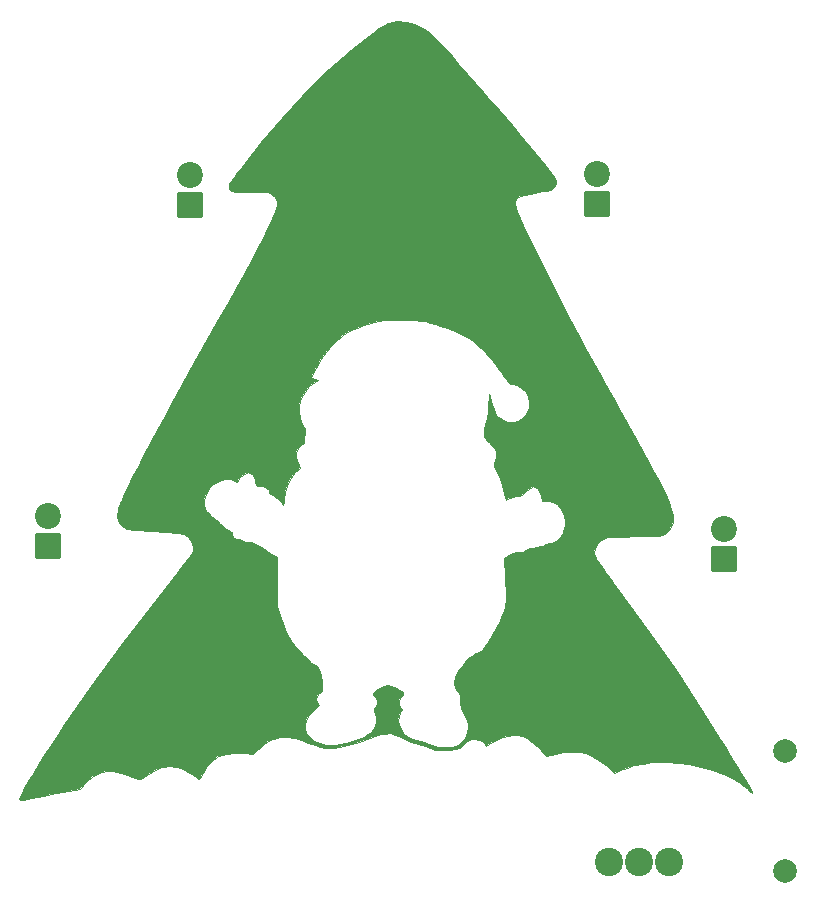
<source format=gbr>
%TF.GenerationSoftware,KiCad,Pcbnew,9.0.6*%
%TF.CreationDate,2025-11-21T14:44:11+01:00*%
%TF.ProjectId,BL_Santa,424c5f53-616e-4746-912e-6b696361645f,rev?*%
%TF.SameCoordinates,Original*%
%TF.FileFunction,Soldermask,Top*%
%TF.FilePolarity,Negative*%
%FSLAX46Y46*%
G04 Gerber Fmt 4.6, Leading zero omitted, Abs format (unit mm)*
G04 Created by KiCad (PCBNEW 9.0.6) date 2025-11-21 14:44:11*
%MOMM*%
%LPD*%
G01*
G04 APERTURE LIST*
G04 Aperture macros list*
%AMRoundRect*
0 Rectangle with rounded corners*
0 $1 Rounding radius*
0 $2 $3 $4 $5 $6 $7 $8 $9 X,Y pos of 4 corners*
0 Add a 4 corners polygon primitive as box body*
4,1,4,$2,$3,$4,$5,$6,$7,$8,$9,$2,$3,0*
0 Add four circle primitives for the rounded corners*
1,1,$1+$1,$2,$3*
1,1,$1+$1,$4,$5*
1,1,$1+$1,$6,$7*
1,1,$1+$1,$8,$9*
0 Add four rect primitives between the rounded corners*
20,1,$1+$1,$2,$3,$4,$5,0*
20,1,$1+$1,$4,$5,$6,$7,0*
20,1,$1+$1,$6,$7,$8,$9,0*
20,1,$1+$1,$8,$9,$2,$3,0*%
G04 Aperture macros list end*
%ADD10C,0.010000*%
%ADD11RoundRect,0.200000X0.900000X-0.900000X0.900000X0.900000X-0.900000X0.900000X-0.900000X-0.900000X0*%
%ADD12C,2.200000*%
%ADD13C,2.400000*%
%ADD14C,2.000000*%
G04 APERTURE END LIST*
D10*
%TO.C,G\u002A\u002A\u002A*%
X144683762Y-53536115D02*
X145387467Y-53726828D01*
X146085561Y-54085497D01*
X146128765Y-54113366D01*
X146622930Y-54463920D01*
X147110004Y-54870528D01*
X147612164Y-55354814D01*
X148151585Y-55938401D01*
X148750443Y-56642912D01*
X148859881Y-56776415D01*
X149226532Y-57218453D01*
X149610109Y-57668418D01*
X149976899Y-58087585D01*
X150293186Y-58437229D01*
X150450799Y-58603818D01*
X150649607Y-58816770D01*
X150942428Y-59142252D01*
X151314474Y-59563037D01*
X151750962Y-60061898D01*
X152237104Y-60621608D01*
X152758117Y-61224941D01*
X153299213Y-61854669D01*
X153845608Y-62493565D01*
X154382516Y-63124403D01*
X154895152Y-63729955D01*
X155368729Y-64292995D01*
X155788463Y-64796295D01*
X156139567Y-65222629D01*
X156278511Y-65393797D01*
X156570685Y-65763718D01*
X156843816Y-66123363D01*
X157069411Y-66434308D01*
X157218977Y-66658132D01*
X157230914Y-66678082D01*
X157358461Y-66910378D01*
X157405065Y-67068136D01*
X157380654Y-67219701D01*
X157328967Y-67353121D01*
X157204669Y-67573068D01*
X157061887Y-67724649D01*
X157042297Y-67736663D01*
X156897453Y-67784731D01*
X156624913Y-67850487D01*
X156264231Y-67925135D01*
X155870963Y-67997137D01*
X155225834Y-68114127D01*
X154731634Y-68221416D01*
X154370993Y-68328010D01*
X154126544Y-68442919D01*
X153980916Y-68575149D01*
X153916742Y-68733709D01*
X153916654Y-68927605D01*
X153928388Y-69004586D01*
X153998267Y-69251201D01*
X154142344Y-69636445D01*
X154355604Y-70149282D01*
X154633033Y-70778674D01*
X154969618Y-71513586D01*
X155360345Y-72342982D01*
X155800200Y-73255826D01*
X156284169Y-74241081D01*
X156549995Y-74775152D01*
X156981017Y-75632652D01*
X157408277Y-76472337D01*
X157840538Y-77310535D01*
X158286564Y-78163575D01*
X158755119Y-79047786D01*
X159254966Y-79979495D01*
X159794870Y-80975031D01*
X160383594Y-82050723D01*
X161029902Y-83222900D01*
X161742558Y-84507889D01*
X162530326Y-85922019D01*
X162593841Y-86035818D01*
X163336128Y-87367890D01*
X163998424Y-88561898D01*
X164585066Y-89626622D01*
X165100393Y-90570837D01*
X165548743Y-91403324D01*
X165934454Y-92132858D01*
X166261864Y-92768219D01*
X166535311Y-93318183D01*
X166759133Y-93791530D01*
X166937669Y-94197036D01*
X167075256Y-94543480D01*
X167176232Y-94839640D01*
X167244936Y-95094293D01*
X167285706Y-95316218D01*
X167302879Y-95514192D01*
X167304051Y-95566668D01*
X167290407Y-95904105D01*
X167228278Y-96155249D01*
X167096349Y-96400947D01*
X167075780Y-96432445D01*
X166954285Y-96613146D01*
X166841629Y-96756962D01*
X166717517Y-96868517D01*
X166561649Y-96952437D01*
X166353729Y-97013348D01*
X166073458Y-97055874D01*
X165700539Y-97084642D01*
X165214673Y-97104276D01*
X164595564Y-97119403D01*
X164010382Y-97130984D01*
X163261405Y-97146620D01*
X162661513Y-97163945D01*
X162190472Y-97187012D01*
X161828051Y-97219872D01*
X161554018Y-97266578D01*
X161348139Y-97331182D01*
X161190182Y-97417735D01*
X161059915Y-97530291D01*
X160937105Y-97672900D01*
X160869698Y-97759988D01*
X160685744Y-98116018D01*
X160659192Y-98505018D01*
X160789445Y-98942208D01*
X160820629Y-99009097D01*
X160918875Y-99175039D01*
X161103713Y-99453089D01*
X161359198Y-99820594D01*
X161669385Y-100254901D01*
X162018330Y-100733360D01*
X162326742Y-101148818D01*
X163767830Y-103094331D01*
X165114109Y-104955296D01*
X166389914Y-106767492D01*
X167619579Y-108566701D01*
X168827438Y-110388701D01*
X170037824Y-112269273D01*
X171275072Y-114244197D01*
X171683839Y-114907152D01*
X172230026Y-115797539D01*
X172691642Y-116553234D01*
X173073915Y-117183105D01*
X173382075Y-117696019D01*
X173621353Y-118100844D01*
X173796979Y-118406447D01*
X173914181Y-118621696D01*
X173978190Y-118755459D01*
X173994236Y-118816604D01*
X173992066Y-118820984D01*
X173919227Y-118783968D01*
X173759152Y-118654001D01*
X173544393Y-118457818D01*
X173511437Y-118426226D01*
X172973579Y-117996493D01*
X172294665Y-117596170D01*
X171501518Y-117232501D01*
X170620958Y-116912729D01*
X169679808Y-116644098D01*
X168704887Y-116433853D01*
X167723019Y-116289236D01*
X166761023Y-116217492D01*
X165845722Y-116225865D01*
X165474823Y-116255728D01*
X164757608Y-116358632D01*
X164044003Y-116511540D01*
X163384805Y-116701284D01*
X162830807Y-116914697D01*
X162710422Y-116972358D01*
X162313121Y-117172819D01*
X161689839Y-116595738D01*
X161140913Y-116144420D01*
X160573207Y-115778874D01*
X160419839Y-115698427D01*
X160089752Y-115542645D01*
X159823259Y-115444669D01*
X159555397Y-115388821D01*
X159221203Y-115359422D01*
X158968788Y-115348215D01*
X158497880Y-115342888D01*
X158099137Y-115373345D01*
X157686266Y-115449332D01*
X157362279Y-115529643D01*
X156560103Y-115741054D01*
X155941269Y-115074939D01*
X155456259Y-114598802D01*
X155007662Y-114263777D01*
X154567187Y-114054495D01*
X154106540Y-113955588D01*
X153856983Y-113942705D01*
X153234345Y-114005399D01*
X152621726Y-114207472D01*
X151987333Y-114559447D01*
X151980810Y-114563734D01*
X151475788Y-114896124D01*
X151373374Y-114701659D01*
X151172779Y-114493609D01*
X150842363Y-114356329D01*
X150502121Y-114306326D01*
X150204172Y-114298965D01*
X150018915Y-114332094D01*
X149890867Y-114426424D01*
X149782454Y-114574960D01*
X149561583Y-114831781D01*
X149267110Y-115016617D01*
X148872547Y-115139536D01*
X148351408Y-115210608D01*
X148062965Y-115228614D01*
X147659601Y-115243820D01*
X147376971Y-115241058D01*
X147166840Y-115213472D01*
X146980971Y-115154203D01*
X146771130Y-115056395D01*
X146739513Y-115040461D01*
X146381455Y-114893855D01*
X145978166Y-114777672D01*
X145789315Y-114741851D01*
X145375081Y-114641029D01*
X144873109Y-114439810D01*
X144446916Y-114229011D01*
X144076653Y-114037123D01*
X143811236Y-113912293D01*
X143606035Y-113842015D01*
X143416419Y-113813782D01*
X143197760Y-113815089D01*
X143010271Y-113826431D01*
X142571019Y-113884515D01*
X142115208Y-114009784D01*
X141654454Y-114186995D01*
X140706417Y-114552494D01*
X139828686Y-114822878D01*
X139042618Y-114992203D01*
X138564121Y-115047052D01*
X138175256Y-115056198D01*
X137804835Y-115025524D01*
X137416330Y-114946352D01*
X136973216Y-114810001D01*
X136438966Y-114607790D01*
X136062742Y-114452614D01*
X135304003Y-114200866D01*
X134590334Y-114101320D01*
X133932365Y-114155275D01*
X133826376Y-114179918D01*
X133389244Y-114315725D01*
X133013395Y-114495069D01*
X132646756Y-114748688D01*
X132237258Y-115107317D01*
X132207097Y-115135771D01*
X131734407Y-115583280D01*
X131029095Y-115494842D01*
X130187107Y-115449037D01*
X129446385Y-115537391D01*
X128802007Y-115762161D01*
X128249047Y-116125607D01*
X127782584Y-116629987D01*
X127474026Y-117125721D01*
X127333274Y-117391474D01*
X127226004Y-117590820D01*
X127173863Y-117683564D01*
X127172718Y-117685179D01*
X127100159Y-117650963D01*
X126924312Y-117536996D01*
X126677648Y-117364739D01*
X126568013Y-117285480D01*
X126078910Y-116960589D01*
X125642581Y-116750615D01*
X125207764Y-116636870D01*
X124723198Y-116600666D01*
X124689309Y-116600552D01*
X124080364Y-116680586D01*
X123435110Y-116921422D01*
X122750216Y-117324366D01*
X122628885Y-117409597D01*
X122394860Y-117566858D01*
X122208368Y-117672714D01*
X122127922Y-117701152D01*
X122011495Y-117671303D01*
X121779033Y-117591317D01*
X121471074Y-117475538D01*
X121302618Y-117409174D01*
X120539829Y-117147079D01*
X119869382Y-117015164D01*
X119271577Y-117016646D01*
X118726710Y-117154741D01*
X118215080Y-117432667D01*
X117716984Y-117853640D01*
X117555477Y-118020986D01*
X117095407Y-118517917D01*
X114685264Y-118960811D01*
X114061913Y-119075904D01*
X113488176Y-119182872D01*
X112986518Y-119277446D01*
X112579401Y-119355356D01*
X112289292Y-119412329D01*
X112138654Y-119444098D01*
X112126954Y-119447134D01*
X112001725Y-119433548D01*
X111978788Y-119359929D01*
X112026996Y-119173388D01*
X112167978Y-118857976D01*
X112396269Y-118422749D01*
X112706406Y-117876759D01*
X113092924Y-117229062D01*
X113550359Y-116488710D01*
X114073247Y-115664759D01*
X114656123Y-114766262D01*
X115293524Y-113802273D01*
X115688000Y-113213818D01*
X118048381Y-109800436D01*
X120547694Y-106360233D01*
X123164833Y-102921722D01*
X125308062Y-100217485D01*
X125763955Y-99644843D01*
X126116686Y-99183719D01*
X126376284Y-98819691D01*
X126552780Y-98538334D01*
X126656203Y-98325228D01*
X126683765Y-98239292D01*
X126674741Y-98002740D01*
X126573316Y-97703786D01*
X126408652Y-97397909D01*
X126209911Y-97140588D01*
X126032005Y-96999402D01*
X125909603Y-96951089D01*
X125728515Y-96906688D01*
X125473138Y-96864570D01*
X125127867Y-96823106D01*
X124677099Y-96780668D01*
X124105232Y-96735627D01*
X123396660Y-96686354D01*
X122535781Y-96631220D01*
X122459696Y-96626496D01*
X121987901Y-96591812D01*
X121563840Y-96550500D01*
X121221882Y-96506675D01*
X120996400Y-96464453D01*
X120935696Y-96444041D01*
X120558345Y-96179246D01*
X120327653Y-95844288D01*
X120239596Y-95428629D01*
X120290151Y-94921731D01*
X120314434Y-94816879D01*
X120408361Y-94535363D01*
X120582221Y-94116628D01*
X120622632Y-94027860D01*
X127599960Y-94027860D01*
X127606331Y-94485908D01*
X127674417Y-94769573D01*
X127809242Y-94989914D01*
X128002490Y-95179818D01*
X128226314Y-95378404D01*
X128520360Y-95642671D01*
X128830223Y-95923663D01*
X128910172Y-95996624D01*
X129198987Y-96248930D01*
X129474979Y-96470047D01*
X129691790Y-96623465D01*
X129746179Y-96654965D01*
X129938610Y-96799456D01*
X130012788Y-96953945D01*
X130088482Y-97178019D01*
X130290770Y-97330005D01*
X130558801Y-97381152D01*
X130784513Y-97417495D01*
X130941617Y-97505223D01*
X130944121Y-97508152D01*
X131102070Y-97595672D01*
X131352733Y-97634739D01*
X131382026Y-97635152D01*
X131568955Y-97646265D01*
X131755192Y-97688555D01*
X131969027Y-97775441D01*
X132238754Y-97920345D01*
X132592665Y-98136689D01*
X133018963Y-98411682D01*
X133781471Y-98909859D01*
X133782235Y-100960672D01*
X133782998Y-103011485D01*
X134108705Y-104027485D01*
X134268286Y-104488959D01*
X134450144Y-104957831D01*
X134629926Y-105373961D01*
X134760092Y-105636152D01*
X134980820Y-105981077D01*
X135283051Y-106375959D01*
X135636533Y-106788458D01*
X136011016Y-107186233D01*
X136376247Y-107536943D01*
X136701976Y-107808247D01*
X136927821Y-107953591D01*
X137138417Y-108076326D01*
X137270327Y-108218079D01*
X137366909Y-108436625D01*
X137420618Y-108610286D01*
X137504964Y-108967406D01*
X137575959Y-109384350D01*
X137607914Y-109660844D01*
X137629273Y-109965640D01*
X137623260Y-110143414D01*
X137580837Y-110235485D01*
X137492967Y-110283166D01*
X137470130Y-110290699D01*
X137311675Y-110403495D01*
X137164516Y-110603651D01*
X137146288Y-110639415D01*
X137062553Y-110839627D01*
X137063921Y-110974192D01*
X137155904Y-111126925D01*
X137180531Y-111160165D01*
X137352965Y-111391123D01*
X136876475Y-111860272D01*
X136488937Y-112286561D01*
X136245439Y-112667964D01*
X136134634Y-113026893D01*
X136135353Y-113324111D01*
X136272742Y-113743245D01*
X136549725Y-114113292D01*
X136940080Y-114419489D01*
X137417585Y-114647072D01*
X137956016Y-114781279D01*
X138529150Y-114807346D01*
X138735406Y-114787884D01*
X139129839Y-114713327D01*
X139622658Y-114587922D01*
X140157326Y-114429178D01*
X140677307Y-114254601D01*
X141126063Y-114081699D01*
X141358608Y-113975572D01*
X141666274Y-113799199D01*
X141866084Y-113619931D01*
X142012706Y-113387348D01*
X142026240Y-113359853D01*
X142178127Y-112914777D01*
X142178396Y-112486799D01*
X142070933Y-112120708D01*
X141992625Y-111900907D01*
X141989800Y-111756608D01*
X142069653Y-111608361D01*
X142124154Y-111533138D01*
X142256636Y-111253933D01*
X142228922Y-110975708D01*
X142038909Y-110677806D01*
X142036783Y-110675350D01*
X141924524Y-110518377D01*
X141926826Y-110395121D01*
X141979907Y-110302008D01*
X142179969Y-110107853D01*
X142482472Y-109928651D01*
X142821368Y-109796262D01*
X143130613Y-109742548D01*
X143139769Y-109742485D01*
X143396530Y-109784776D01*
X143711837Y-109893905D01*
X144028625Y-110043254D01*
X144289829Y-110206206D01*
X144431960Y-110345210D01*
X144461194Y-110472397D01*
X144376530Y-110628849D01*
X144292847Y-110725345D01*
X144108011Y-111022139D01*
X144085890Y-111325700D01*
X144226362Y-111613302D01*
X144326037Y-111752166D01*
X144331023Y-111858917D01*
X144237692Y-112008989D01*
X144205195Y-112053158D01*
X144071897Y-112360266D01*
X144040673Y-112741598D01*
X144109870Y-113137534D01*
X144243516Y-113436372D01*
X144574693Y-113829337D01*
X145023019Y-114157941D01*
X145539551Y-114390799D01*
X145856155Y-114470509D01*
X146239629Y-114559649D01*
X146637514Y-114685928D01*
X146872155Y-114781110D01*
X147117758Y-114885525D01*
X147338598Y-114945824D01*
X147592413Y-114970640D01*
X147936940Y-114968607D01*
X148089583Y-114963152D01*
X148583378Y-114924772D01*
X148953461Y-114855883D01*
X149120075Y-114794310D01*
X149422673Y-114570451D01*
X149658871Y-114234895D01*
X149846393Y-113761562D01*
X149865564Y-113697371D01*
X149950199Y-113313789D01*
X149948709Y-112982754D01*
X149851521Y-112648946D01*
X149649065Y-112257047D01*
X149603034Y-112179913D01*
X149435905Y-111877270D01*
X149343606Y-111616559D01*
X149302139Y-111314801D01*
X149292446Y-111105940D01*
X149274748Y-110778954D01*
X149234001Y-110563862D01*
X149151967Y-110403295D01*
X149020454Y-110250334D01*
X148819562Y-109925060D01*
X148769774Y-109530467D01*
X148869876Y-109071222D01*
X149118656Y-108551989D01*
X149514901Y-107977434D01*
X149657236Y-107801115D01*
X149969176Y-107463605D01*
X150277071Y-107224657D01*
X150620193Y-107043352D01*
X150876867Y-106918542D01*
X151069841Y-106792823D01*
X151238279Y-106629034D01*
X151421346Y-106390015D01*
X151623131Y-106091746D01*
X152007489Y-105482971D01*
X152355363Y-104879039D01*
X152649269Y-104313330D01*
X152871726Y-103819219D01*
X152992522Y-103477152D01*
X153058835Y-103208203D01*
X153105858Y-102920225D01*
X153134470Y-102587147D01*
X153145553Y-102182897D01*
X153139987Y-101681404D01*
X153118651Y-101056595D01*
X153093146Y-100497810D01*
X153019971Y-99000136D01*
X153428622Y-98740977D01*
X153769491Y-98561740D01*
X154088011Y-98487882D01*
X154232612Y-98481818D01*
X154592349Y-98437474D01*
X154870087Y-98291318D01*
X155206613Y-98127980D01*
X155467320Y-98090586D01*
X155756050Y-98052033D01*
X156097276Y-97965126D01*
X156273770Y-97904004D01*
X156591071Y-97793487D01*
X156901516Y-97706533D01*
X157040129Y-97678034D01*
X157435699Y-97533109D01*
X157761236Y-97238239D01*
X158008645Y-96801083D01*
X158032686Y-96739462D01*
X158171609Y-96252876D01*
X158186803Y-95822572D01*
X158076536Y-95387399D01*
X157988510Y-95180094D01*
X157732887Y-94717807D01*
X157453782Y-94404401D01*
X157123853Y-94219468D01*
X156715762Y-94142599D01*
X156592168Y-94137775D01*
X156193196Y-94131757D01*
X156149982Y-93748367D01*
X156076053Y-93433346D01*
X155911995Y-93194988D01*
X155843109Y-93129398D01*
X155649801Y-92980949D01*
X155490659Y-92899282D01*
X155458712Y-92893818D01*
X155340150Y-92946626D01*
X155137927Y-93086114D01*
X154892601Y-93283880D01*
X154854208Y-93317152D01*
X154582256Y-93542856D01*
X154379008Y-93671950D01*
X154195379Y-93729472D01*
X154023781Y-93740801D01*
X153723451Y-93782562D01*
X153443767Y-93884641D01*
X153413172Y-93902068D01*
X153149223Y-94063019D01*
X152924214Y-93203252D01*
X152791167Y-92749274D01*
X152627574Y-92269533D01*
X152461110Y-91843001D01*
X152396962Y-91698650D01*
X152251160Y-91382169D01*
X152170304Y-91174813D01*
X152146895Y-91032651D01*
X152173434Y-90911755D01*
X152239183Y-90774452D01*
X152344875Y-90422078D01*
X152340700Y-90114065D01*
X152303941Y-89907081D01*
X152228344Y-89734321D01*
X152085181Y-89551684D01*
X151845724Y-89315073D01*
X151780937Y-89254789D01*
X151541493Y-89024852D01*
X151380900Y-88830839D01*
X151293147Y-88636703D01*
X151272225Y-88406400D01*
X151312124Y-88103883D01*
X151406834Y-87693108D01*
X151475788Y-87424608D01*
X151627250Y-86696440D01*
X151685767Y-86004985D01*
X151687454Y-85857216D01*
X151696436Y-85495271D01*
X151721267Y-85237486D01*
X151758773Y-85112076D01*
X151772121Y-85104485D01*
X151837983Y-85176304D01*
X151856788Y-85296817D01*
X151893737Y-85608265D01*
X151990628Y-85985305D01*
X152126528Y-86368225D01*
X152280501Y-86697313D01*
X152418739Y-86899729D01*
X152817284Y-87221421D01*
X153266894Y-87411148D01*
X153731837Y-87459480D01*
X154166674Y-87361095D01*
X154457232Y-87179778D01*
X154742753Y-86904335D01*
X154976824Y-86588878D01*
X155113032Y-86287520D01*
X155122099Y-86247174D01*
X155144868Y-85739966D01*
X155032515Y-85267554D01*
X154804318Y-84856492D01*
X154479552Y-84533332D01*
X154077494Y-84324628D01*
X153677121Y-84256770D01*
X153572925Y-84243612D01*
X153473194Y-84194460D01*
X153359714Y-84088459D01*
X153214274Y-83904757D01*
X153018660Y-83622500D01*
X152754659Y-83220834D01*
X152703454Y-83141931D01*
X152002932Y-82171181D01*
X151252629Y-81339554D01*
X150464419Y-80659855D01*
X150275651Y-80524027D01*
X149694128Y-80172146D01*
X148982111Y-79825418D01*
X148178038Y-79500663D01*
X147320345Y-79214702D01*
X147207329Y-79181375D01*
X146693863Y-79036340D01*
X146284936Y-78934466D01*
X145924120Y-78866351D01*
X145554986Y-78822591D01*
X145121106Y-78793785D01*
X144794329Y-78779291D01*
X144133278Y-78766390D01*
X143506668Y-78779316D01*
X142972556Y-78816502D01*
X142839788Y-78832056D01*
X142327932Y-78924945D01*
X141738645Y-79072222D01*
X141127480Y-79256561D01*
X140549987Y-79460634D01*
X140061720Y-79667115D01*
X139898092Y-79749591D01*
X139355805Y-80098958D01*
X138797174Y-80559089D01*
X138272429Y-81085049D01*
X137901166Y-81535949D01*
X137688656Y-81840551D01*
X137458540Y-82199711D01*
X137229616Y-82580324D01*
X137020684Y-82949287D01*
X136850541Y-83273495D01*
X136737986Y-83519846D01*
X136701454Y-83648630D01*
X136772937Y-83730872D01*
X136947903Y-83820690D01*
X136976621Y-83831393D01*
X137251788Y-83929534D01*
X136997788Y-84060945D01*
X136514897Y-84401571D01*
X136113771Y-84866012D01*
X135816646Y-85419559D01*
X135645754Y-86027505D01*
X135623185Y-86206787D01*
X135626414Y-86624594D01*
X135696594Y-87066496D01*
X135819267Y-87475304D01*
X135979975Y-87793831D01*
X136045265Y-87876367D01*
X136152937Y-88014483D01*
X136176693Y-88149097D01*
X136125825Y-88354292D01*
X136110950Y-88399934D01*
X136051415Y-88683410D01*
X136046324Y-88952845D01*
X136052634Y-88993551D01*
X136069157Y-89172198D01*
X136038665Y-89252776D01*
X136034992Y-89253152D01*
X135939092Y-89307614D01*
X135770653Y-89446753D01*
X135656109Y-89553560D01*
X135451697Y-89797813D01*
X135357264Y-90050976D01*
X135368483Y-90353637D01*
X135481028Y-90746383D01*
X135518252Y-90847056D01*
X135689631Y-91297960D01*
X135310375Y-91719783D01*
X134906750Y-92254426D01*
X134617247Y-92820899D01*
X134462942Y-93376761D01*
X134454122Y-93444152D01*
X134415217Y-93765204D01*
X134373953Y-94071395D01*
X134360197Y-94163818D01*
X134314057Y-94460152D01*
X134089589Y-94195753D01*
X133866961Y-93988059D01*
X133587021Y-93794297D01*
X133505288Y-93749532D01*
X133244103Y-93579407D01*
X133146094Y-93417014D01*
X133145454Y-93403396D01*
X133068097Y-93176820D01*
X132861695Y-93001638D01*
X132564754Y-92904733D01*
X132415528Y-92893818D01*
X132209898Y-92887419D01*
X132088122Y-92842730D01*
X132013992Y-92721512D01*
X131951302Y-92485529D01*
X131927497Y-92378408D01*
X131814329Y-92097392D01*
X131631057Y-91864411D01*
X131420453Y-91726783D01*
X131321922Y-91708485D01*
X131124980Y-91769696D01*
X130885617Y-91923107D01*
X130660196Y-92123383D01*
X130505080Y-92325187D01*
X130477979Y-92387315D01*
X130437711Y-92481058D01*
X130368729Y-92499562D01*
X130224304Y-92440898D01*
X130088433Y-92371208D01*
X129792941Y-92253291D01*
X129497430Y-92233492D01*
X129358980Y-92248268D01*
X128829754Y-92398206D01*
X128368365Y-92677784D01*
X127995687Y-93060353D01*
X127732594Y-93519262D01*
X127599960Y-94027860D01*
X120622632Y-94027860D01*
X120831079Y-93569986D01*
X121150001Y-92904750D01*
X121534053Y-92130231D01*
X121978300Y-91255743D01*
X122477810Y-90290596D01*
X123027646Y-89244105D01*
X123622877Y-88125579D01*
X124258566Y-86944333D01*
X124929780Y-85709679D01*
X125631585Y-84430928D01*
X126359047Y-83117393D01*
X127107231Y-81778386D01*
X127871204Y-80423219D01*
X128646031Y-79061206D01*
X128870024Y-78669818D01*
X129627371Y-77339085D01*
X130333849Y-76079194D01*
X130985691Y-74897463D01*
X131579131Y-73801207D01*
X132110403Y-72797741D01*
X132575739Y-71894381D01*
X132971375Y-71098443D01*
X133293543Y-70417243D01*
X133538477Y-69858097D01*
X133702410Y-69428319D01*
X133781577Y-69135227D01*
X133782793Y-69127355D01*
X133756524Y-68757626D01*
X133580503Y-68410311D01*
X133273702Y-68122162D01*
X133258772Y-68112252D01*
X133148755Y-68052967D01*
X133011178Y-68012379D01*
X132816332Y-67987998D01*
X132534506Y-67977335D01*
X132135990Y-67977901D01*
X131732506Y-67984393D01*
X131077182Y-67989049D01*
X130572679Y-67972542D01*
X130201446Y-67931733D01*
X129945933Y-67863484D01*
X129788589Y-67764656D01*
X129711864Y-67632111D01*
X129709335Y-67622596D01*
X129689600Y-67548028D01*
X129681142Y-67482911D01*
X129695618Y-67408285D01*
X129744688Y-67305194D01*
X129840008Y-67154680D01*
X129993237Y-66937785D01*
X130216033Y-66635550D01*
X130520053Y-66229019D01*
X130777767Y-65885152D01*
X132467183Y-63715249D01*
X134174226Y-61691884D01*
X135893832Y-59820531D01*
X137620934Y-58106666D01*
X139350465Y-56555763D01*
X139622454Y-56326961D01*
X140505754Y-55599947D01*
X141271196Y-54990062D01*
X141921369Y-54495412D01*
X142458863Y-54114104D01*
X142886268Y-53844246D01*
X143206173Y-53683945D01*
X143270890Y-53660361D01*
X143977289Y-53513809D01*
X144683762Y-53536115D01*
G36*
X144683762Y-53536115D02*
G01*
X145387467Y-53726828D01*
X146085561Y-54085497D01*
X146128765Y-54113366D01*
X146622930Y-54463920D01*
X147110004Y-54870528D01*
X147612164Y-55354814D01*
X148151585Y-55938401D01*
X148750443Y-56642912D01*
X148859881Y-56776415D01*
X149226532Y-57218453D01*
X149610109Y-57668418D01*
X149976899Y-58087585D01*
X150293186Y-58437229D01*
X150450799Y-58603818D01*
X150649607Y-58816770D01*
X150942428Y-59142252D01*
X151314474Y-59563037D01*
X151750962Y-60061898D01*
X152237104Y-60621608D01*
X152758117Y-61224941D01*
X153299213Y-61854669D01*
X153845608Y-62493565D01*
X154382516Y-63124403D01*
X154895152Y-63729955D01*
X155368729Y-64292995D01*
X155788463Y-64796295D01*
X156139567Y-65222629D01*
X156278511Y-65393797D01*
X156570685Y-65763718D01*
X156843816Y-66123363D01*
X157069411Y-66434308D01*
X157218977Y-66658132D01*
X157230914Y-66678082D01*
X157358461Y-66910378D01*
X157405065Y-67068136D01*
X157380654Y-67219701D01*
X157328967Y-67353121D01*
X157204669Y-67573068D01*
X157061887Y-67724649D01*
X157042297Y-67736663D01*
X156897453Y-67784731D01*
X156624913Y-67850487D01*
X156264231Y-67925135D01*
X155870963Y-67997137D01*
X155225834Y-68114127D01*
X154731634Y-68221416D01*
X154370993Y-68328010D01*
X154126544Y-68442919D01*
X153980916Y-68575149D01*
X153916742Y-68733709D01*
X153916654Y-68927605D01*
X153928388Y-69004586D01*
X153998267Y-69251201D01*
X154142344Y-69636445D01*
X154355604Y-70149282D01*
X154633033Y-70778674D01*
X154969618Y-71513586D01*
X155360345Y-72342982D01*
X155800200Y-73255826D01*
X156284169Y-74241081D01*
X156549995Y-74775152D01*
X156981017Y-75632652D01*
X157408277Y-76472337D01*
X157840538Y-77310535D01*
X158286564Y-78163575D01*
X158755119Y-79047786D01*
X159254966Y-79979495D01*
X159794870Y-80975031D01*
X160383594Y-82050723D01*
X161029902Y-83222900D01*
X161742558Y-84507889D01*
X162530326Y-85922019D01*
X162593841Y-86035818D01*
X163336128Y-87367890D01*
X163998424Y-88561898D01*
X164585066Y-89626622D01*
X165100393Y-90570837D01*
X165548743Y-91403324D01*
X165934454Y-92132858D01*
X166261864Y-92768219D01*
X166535311Y-93318183D01*
X166759133Y-93791530D01*
X166937669Y-94197036D01*
X167075256Y-94543480D01*
X167176232Y-94839640D01*
X167244936Y-95094293D01*
X167285706Y-95316218D01*
X167302879Y-95514192D01*
X167304051Y-95566668D01*
X167290407Y-95904105D01*
X167228278Y-96155249D01*
X167096349Y-96400947D01*
X167075780Y-96432445D01*
X166954285Y-96613146D01*
X166841629Y-96756962D01*
X166717517Y-96868517D01*
X166561649Y-96952437D01*
X166353729Y-97013348D01*
X166073458Y-97055874D01*
X165700539Y-97084642D01*
X165214673Y-97104276D01*
X164595564Y-97119403D01*
X164010382Y-97130984D01*
X163261405Y-97146620D01*
X162661513Y-97163945D01*
X162190472Y-97187012D01*
X161828051Y-97219872D01*
X161554018Y-97266578D01*
X161348139Y-97331182D01*
X161190182Y-97417735D01*
X161059915Y-97530291D01*
X160937105Y-97672900D01*
X160869698Y-97759988D01*
X160685744Y-98116018D01*
X160659192Y-98505018D01*
X160789445Y-98942208D01*
X160820629Y-99009097D01*
X160918875Y-99175039D01*
X161103713Y-99453089D01*
X161359198Y-99820594D01*
X161669385Y-100254901D01*
X162018330Y-100733360D01*
X162326742Y-101148818D01*
X163767830Y-103094331D01*
X165114109Y-104955296D01*
X166389914Y-106767492D01*
X167619579Y-108566701D01*
X168827438Y-110388701D01*
X170037824Y-112269273D01*
X171275072Y-114244197D01*
X171683839Y-114907152D01*
X172230026Y-115797539D01*
X172691642Y-116553234D01*
X173073915Y-117183105D01*
X173382075Y-117696019D01*
X173621353Y-118100844D01*
X173796979Y-118406447D01*
X173914181Y-118621696D01*
X173978190Y-118755459D01*
X173994236Y-118816604D01*
X173992066Y-118820984D01*
X173919227Y-118783968D01*
X173759152Y-118654001D01*
X173544393Y-118457818D01*
X173511437Y-118426226D01*
X172973579Y-117996493D01*
X172294665Y-117596170D01*
X171501518Y-117232501D01*
X170620958Y-116912729D01*
X169679808Y-116644098D01*
X168704887Y-116433853D01*
X167723019Y-116289236D01*
X166761023Y-116217492D01*
X165845722Y-116225865D01*
X165474823Y-116255728D01*
X164757608Y-116358632D01*
X164044003Y-116511540D01*
X163384805Y-116701284D01*
X162830807Y-116914697D01*
X162710422Y-116972358D01*
X162313121Y-117172819D01*
X161689839Y-116595738D01*
X161140913Y-116144420D01*
X160573207Y-115778874D01*
X160419839Y-115698427D01*
X160089752Y-115542645D01*
X159823259Y-115444669D01*
X159555397Y-115388821D01*
X159221203Y-115359422D01*
X158968788Y-115348215D01*
X158497880Y-115342888D01*
X158099137Y-115373345D01*
X157686266Y-115449332D01*
X157362279Y-115529643D01*
X156560103Y-115741054D01*
X155941269Y-115074939D01*
X155456259Y-114598802D01*
X155007662Y-114263777D01*
X154567187Y-114054495D01*
X154106540Y-113955588D01*
X153856983Y-113942705D01*
X153234345Y-114005399D01*
X152621726Y-114207472D01*
X151987333Y-114559447D01*
X151980810Y-114563734D01*
X151475788Y-114896124D01*
X151373374Y-114701659D01*
X151172779Y-114493609D01*
X150842363Y-114356329D01*
X150502121Y-114306326D01*
X150204172Y-114298965D01*
X150018915Y-114332094D01*
X149890867Y-114426424D01*
X149782454Y-114574960D01*
X149561583Y-114831781D01*
X149267110Y-115016617D01*
X148872547Y-115139536D01*
X148351408Y-115210608D01*
X148062965Y-115228614D01*
X147659601Y-115243820D01*
X147376971Y-115241058D01*
X147166840Y-115213472D01*
X146980971Y-115154203D01*
X146771130Y-115056395D01*
X146739513Y-115040461D01*
X146381455Y-114893855D01*
X145978166Y-114777672D01*
X145789315Y-114741851D01*
X145375081Y-114641029D01*
X144873109Y-114439810D01*
X144446916Y-114229011D01*
X144076653Y-114037123D01*
X143811236Y-113912293D01*
X143606035Y-113842015D01*
X143416419Y-113813782D01*
X143197760Y-113815089D01*
X143010271Y-113826431D01*
X142571019Y-113884515D01*
X142115208Y-114009784D01*
X141654454Y-114186995D01*
X140706417Y-114552494D01*
X139828686Y-114822878D01*
X139042618Y-114992203D01*
X138564121Y-115047052D01*
X138175256Y-115056198D01*
X137804835Y-115025524D01*
X137416330Y-114946352D01*
X136973216Y-114810001D01*
X136438966Y-114607790D01*
X136062742Y-114452614D01*
X135304003Y-114200866D01*
X134590334Y-114101320D01*
X133932365Y-114155275D01*
X133826376Y-114179918D01*
X133389244Y-114315725D01*
X133013395Y-114495069D01*
X132646756Y-114748688D01*
X132237258Y-115107317D01*
X132207097Y-115135771D01*
X131734407Y-115583280D01*
X131029095Y-115494842D01*
X130187107Y-115449037D01*
X129446385Y-115537391D01*
X128802007Y-115762161D01*
X128249047Y-116125607D01*
X127782584Y-116629987D01*
X127474026Y-117125721D01*
X127333274Y-117391474D01*
X127226004Y-117590820D01*
X127173863Y-117683564D01*
X127172718Y-117685179D01*
X127100159Y-117650963D01*
X126924312Y-117536996D01*
X126677648Y-117364739D01*
X126568013Y-117285480D01*
X126078910Y-116960589D01*
X125642581Y-116750615D01*
X125207764Y-116636870D01*
X124723198Y-116600666D01*
X124689309Y-116600552D01*
X124080364Y-116680586D01*
X123435110Y-116921422D01*
X122750216Y-117324366D01*
X122628885Y-117409597D01*
X122394860Y-117566858D01*
X122208368Y-117672714D01*
X122127922Y-117701152D01*
X122011495Y-117671303D01*
X121779033Y-117591317D01*
X121471074Y-117475538D01*
X121302618Y-117409174D01*
X120539829Y-117147079D01*
X119869382Y-117015164D01*
X119271577Y-117016646D01*
X118726710Y-117154741D01*
X118215080Y-117432667D01*
X117716984Y-117853640D01*
X117555477Y-118020986D01*
X117095407Y-118517917D01*
X114685264Y-118960811D01*
X114061913Y-119075904D01*
X113488176Y-119182872D01*
X112986518Y-119277446D01*
X112579401Y-119355356D01*
X112289292Y-119412329D01*
X112138654Y-119444098D01*
X112126954Y-119447134D01*
X112001725Y-119433548D01*
X111978788Y-119359929D01*
X112026996Y-119173388D01*
X112167978Y-118857976D01*
X112396269Y-118422749D01*
X112706406Y-117876759D01*
X113092924Y-117229062D01*
X113550359Y-116488710D01*
X114073247Y-115664759D01*
X114656123Y-114766262D01*
X115293524Y-113802273D01*
X115688000Y-113213818D01*
X118048381Y-109800436D01*
X120547694Y-106360233D01*
X123164833Y-102921722D01*
X125308062Y-100217485D01*
X125763955Y-99644843D01*
X126116686Y-99183719D01*
X126376284Y-98819691D01*
X126552780Y-98538334D01*
X126656203Y-98325228D01*
X126683765Y-98239292D01*
X126674741Y-98002740D01*
X126573316Y-97703786D01*
X126408652Y-97397909D01*
X126209911Y-97140588D01*
X126032005Y-96999402D01*
X125909603Y-96951089D01*
X125728515Y-96906688D01*
X125473138Y-96864570D01*
X125127867Y-96823106D01*
X124677099Y-96780668D01*
X124105232Y-96735627D01*
X123396660Y-96686354D01*
X122535781Y-96631220D01*
X122459696Y-96626496D01*
X121987901Y-96591812D01*
X121563840Y-96550500D01*
X121221882Y-96506675D01*
X120996400Y-96464453D01*
X120935696Y-96444041D01*
X120558345Y-96179246D01*
X120327653Y-95844288D01*
X120239596Y-95428629D01*
X120290151Y-94921731D01*
X120314434Y-94816879D01*
X120408361Y-94535363D01*
X120582221Y-94116628D01*
X120622632Y-94027860D01*
X127599960Y-94027860D01*
X127606331Y-94485908D01*
X127674417Y-94769573D01*
X127809242Y-94989914D01*
X128002490Y-95179818D01*
X128226314Y-95378404D01*
X128520360Y-95642671D01*
X128830223Y-95923663D01*
X128910172Y-95996624D01*
X129198987Y-96248930D01*
X129474979Y-96470047D01*
X129691790Y-96623465D01*
X129746179Y-96654965D01*
X129938610Y-96799456D01*
X130012788Y-96953945D01*
X130088482Y-97178019D01*
X130290770Y-97330005D01*
X130558801Y-97381152D01*
X130784513Y-97417495D01*
X130941617Y-97505223D01*
X130944121Y-97508152D01*
X131102070Y-97595672D01*
X131352733Y-97634739D01*
X131382026Y-97635152D01*
X131568955Y-97646265D01*
X131755192Y-97688555D01*
X131969027Y-97775441D01*
X132238754Y-97920345D01*
X132592665Y-98136689D01*
X133018963Y-98411682D01*
X133781471Y-98909859D01*
X133782235Y-100960672D01*
X133782998Y-103011485D01*
X134108705Y-104027485D01*
X134268286Y-104488959D01*
X134450144Y-104957831D01*
X134629926Y-105373961D01*
X134760092Y-105636152D01*
X134980820Y-105981077D01*
X135283051Y-106375959D01*
X135636533Y-106788458D01*
X136011016Y-107186233D01*
X136376247Y-107536943D01*
X136701976Y-107808247D01*
X136927821Y-107953591D01*
X137138417Y-108076326D01*
X137270327Y-108218079D01*
X137366909Y-108436625D01*
X137420618Y-108610286D01*
X137504964Y-108967406D01*
X137575959Y-109384350D01*
X137607914Y-109660844D01*
X137629273Y-109965640D01*
X137623260Y-110143414D01*
X137580837Y-110235485D01*
X137492967Y-110283166D01*
X137470130Y-110290699D01*
X137311675Y-110403495D01*
X137164516Y-110603651D01*
X137146288Y-110639415D01*
X137062553Y-110839627D01*
X137063921Y-110974192D01*
X137155904Y-111126925D01*
X137180531Y-111160165D01*
X137352965Y-111391123D01*
X136876475Y-111860272D01*
X136488937Y-112286561D01*
X136245439Y-112667964D01*
X136134634Y-113026893D01*
X136135353Y-113324111D01*
X136272742Y-113743245D01*
X136549725Y-114113292D01*
X136940080Y-114419489D01*
X137417585Y-114647072D01*
X137956016Y-114781279D01*
X138529150Y-114807346D01*
X138735406Y-114787884D01*
X139129839Y-114713327D01*
X139622658Y-114587922D01*
X140157326Y-114429178D01*
X140677307Y-114254601D01*
X141126063Y-114081699D01*
X141358608Y-113975572D01*
X141666274Y-113799199D01*
X141866084Y-113619931D01*
X142012706Y-113387348D01*
X142026240Y-113359853D01*
X142178127Y-112914777D01*
X142178396Y-112486799D01*
X142070933Y-112120708D01*
X141992625Y-111900907D01*
X141989800Y-111756608D01*
X142069653Y-111608361D01*
X142124154Y-111533138D01*
X142256636Y-111253933D01*
X142228922Y-110975708D01*
X142038909Y-110677806D01*
X142036783Y-110675350D01*
X141924524Y-110518377D01*
X141926826Y-110395121D01*
X141979907Y-110302008D01*
X142179969Y-110107853D01*
X142482472Y-109928651D01*
X142821368Y-109796262D01*
X143130613Y-109742548D01*
X143139769Y-109742485D01*
X143396530Y-109784776D01*
X143711837Y-109893905D01*
X144028625Y-110043254D01*
X144289829Y-110206206D01*
X144431960Y-110345210D01*
X144461194Y-110472397D01*
X144376530Y-110628849D01*
X144292847Y-110725345D01*
X144108011Y-111022139D01*
X144085890Y-111325700D01*
X144226362Y-111613302D01*
X144326037Y-111752166D01*
X144331023Y-111858917D01*
X144237692Y-112008989D01*
X144205195Y-112053158D01*
X144071897Y-112360266D01*
X144040673Y-112741598D01*
X144109870Y-113137534D01*
X144243516Y-113436372D01*
X144574693Y-113829337D01*
X145023019Y-114157941D01*
X145539551Y-114390799D01*
X145856155Y-114470509D01*
X146239629Y-114559649D01*
X146637514Y-114685928D01*
X146872155Y-114781110D01*
X147117758Y-114885525D01*
X147338598Y-114945824D01*
X147592413Y-114970640D01*
X147936940Y-114968607D01*
X148089583Y-114963152D01*
X148583378Y-114924772D01*
X148953461Y-114855883D01*
X149120075Y-114794310D01*
X149422673Y-114570451D01*
X149658871Y-114234895D01*
X149846393Y-113761562D01*
X149865564Y-113697371D01*
X149950199Y-113313789D01*
X149948709Y-112982754D01*
X149851521Y-112648946D01*
X149649065Y-112257047D01*
X149603034Y-112179913D01*
X149435905Y-111877270D01*
X149343606Y-111616559D01*
X149302139Y-111314801D01*
X149292446Y-111105940D01*
X149274748Y-110778954D01*
X149234001Y-110563862D01*
X149151967Y-110403295D01*
X149020454Y-110250334D01*
X148819562Y-109925060D01*
X148769774Y-109530467D01*
X148869876Y-109071222D01*
X149118656Y-108551989D01*
X149514901Y-107977434D01*
X149657236Y-107801115D01*
X149969176Y-107463605D01*
X150277071Y-107224657D01*
X150620193Y-107043352D01*
X150876867Y-106918542D01*
X151069841Y-106792823D01*
X151238279Y-106629034D01*
X151421346Y-106390015D01*
X151623131Y-106091746D01*
X152007489Y-105482971D01*
X152355363Y-104879039D01*
X152649269Y-104313330D01*
X152871726Y-103819219D01*
X152992522Y-103477152D01*
X153058835Y-103208203D01*
X153105858Y-102920225D01*
X153134470Y-102587147D01*
X153145553Y-102182897D01*
X153139987Y-101681404D01*
X153118651Y-101056595D01*
X153093146Y-100497810D01*
X153019971Y-99000136D01*
X153428622Y-98740977D01*
X153769491Y-98561740D01*
X154088011Y-98487882D01*
X154232612Y-98481818D01*
X154592349Y-98437474D01*
X154870087Y-98291318D01*
X155206613Y-98127980D01*
X155467320Y-98090586D01*
X155756050Y-98052033D01*
X156097276Y-97965126D01*
X156273770Y-97904004D01*
X156591071Y-97793487D01*
X156901516Y-97706533D01*
X157040129Y-97678034D01*
X157435699Y-97533109D01*
X157761236Y-97238239D01*
X158008645Y-96801083D01*
X158032686Y-96739462D01*
X158171609Y-96252876D01*
X158186803Y-95822572D01*
X158076536Y-95387399D01*
X157988510Y-95180094D01*
X157732887Y-94717807D01*
X157453782Y-94404401D01*
X157123853Y-94219468D01*
X156715762Y-94142599D01*
X156592168Y-94137775D01*
X156193196Y-94131757D01*
X156149982Y-93748367D01*
X156076053Y-93433346D01*
X155911995Y-93194988D01*
X155843109Y-93129398D01*
X155649801Y-92980949D01*
X155490659Y-92899282D01*
X155458712Y-92893818D01*
X155340150Y-92946626D01*
X155137927Y-93086114D01*
X154892601Y-93283880D01*
X154854208Y-93317152D01*
X154582256Y-93542856D01*
X154379008Y-93671950D01*
X154195379Y-93729472D01*
X154023781Y-93740801D01*
X153723451Y-93782562D01*
X153443767Y-93884641D01*
X153413172Y-93902068D01*
X153149223Y-94063019D01*
X152924214Y-93203252D01*
X152791167Y-92749274D01*
X152627574Y-92269533D01*
X152461110Y-91843001D01*
X152396962Y-91698650D01*
X152251160Y-91382169D01*
X152170304Y-91174813D01*
X152146895Y-91032651D01*
X152173434Y-90911755D01*
X152239183Y-90774452D01*
X152344875Y-90422078D01*
X152340700Y-90114065D01*
X152303941Y-89907081D01*
X152228344Y-89734321D01*
X152085181Y-89551684D01*
X151845724Y-89315073D01*
X151780937Y-89254789D01*
X151541493Y-89024852D01*
X151380900Y-88830839D01*
X151293147Y-88636703D01*
X151272225Y-88406400D01*
X151312124Y-88103883D01*
X151406834Y-87693108D01*
X151475788Y-87424608D01*
X151627250Y-86696440D01*
X151685767Y-86004985D01*
X151687454Y-85857216D01*
X151696436Y-85495271D01*
X151721267Y-85237486D01*
X151758773Y-85112076D01*
X151772121Y-85104485D01*
X151837983Y-85176304D01*
X151856788Y-85296817D01*
X151893737Y-85608265D01*
X151990628Y-85985305D01*
X152126528Y-86368225D01*
X152280501Y-86697313D01*
X152418739Y-86899729D01*
X152817284Y-87221421D01*
X153266894Y-87411148D01*
X153731837Y-87459480D01*
X154166674Y-87361095D01*
X154457232Y-87179778D01*
X154742753Y-86904335D01*
X154976824Y-86588878D01*
X155113032Y-86287520D01*
X155122099Y-86247174D01*
X155144868Y-85739966D01*
X155032515Y-85267554D01*
X154804318Y-84856492D01*
X154479552Y-84533332D01*
X154077494Y-84324628D01*
X153677121Y-84256770D01*
X153572925Y-84243612D01*
X153473194Y-84194460D01*
X153359714Y-84088459D01*
X153214274Y-83904757D01*
X153018660Y-83622500D01*
X152754659Y-83220834D01*
X152703454Y-83141931D01*
X152002932Y-82171181D01*
X151252629Y-81339554D01*
X150464419Y-80659855D01*
X150275651Y-80524027D01*
X149694128Y-80172146D01*
X148982111Y-79825418D01*
X148178038Y-79500663D01*
X147320345Y-79214702D01*
X147207329Y-79181375D01*
X146693863Y-79036340D01*
X146284936Y-78934466D01*
X145924120Y-78866351D01*
X145554986Y-78822591D01*
X145121106Y-78793785D01*
X144794329Y-78779291D01*
X144133278Y-78766390D01*
X143506668Y-78779316D01*
X142972556Y-78816502D01*
X142839788Y-78832056D01*
X142327932Y-78924945D01*
X141738645Y-79072222D01*
X141127480Y-79256561D01*
X140549987Y-79460634D01*
X140061720Y-79667115D01*
X139898092Y-79749591D01*
X139355805Y-80098958D01*
X138797174Y-80559089D01*
X138272429Y-81085049D01*
X137901166Y-81535949D01*
X137688656Y-81840551D01*
X137458540Y-82199711D01*
X137229616Y-82580324D01*
X137020684Y-82949287D01*
X136850541Y-83273495D01*
X136737986Y-83519846D01*
X136701454Y-83648630D01*
X136772937Y-83730872D01*
X136947903Y-83820690D01*
X136976621Y-83831393D01*
X137251788Y-83929534D01*
X136997788Y-84060945D01*
X136514897Y-84401571D01*
X136113771Y-84866012D01*
X135816646Y-85419559D01*
X135645754Y-86027505D01*
X135623185Y-86206787D01*
X135626414Y-86624594D01*
X135696594Y-87066496D01*
X135819267Y-87475304D01*
X135979975Y-87793831D01*
X136045265Y-87876367D01*
X136152937Y-88014483D01*
X136176693Y-88149097D01*
X136125825Y-88354292D01*
X136110950Y-88399934D01*
X136051415Y-88683410D01*
X136046324Y-88952845D01*
X136052634Y-88993551D01*
X136069157Y-89172198D01*
X136038665Y-89252776D01*
X136034992Y-89253152D01*
X135939092Y-89307614D01*
X135770653Y-89446753D01*
X135656109Y-89553560D01*
X135451697Y-89797813D01*
X135357264Y-90050976D01*
X135368483Y-90353637D01*
X135481028Y-90746383D01*
X135518252Y-90847056D01*
X135689631Y-91297960D01*
X135310375Y-91719783D01*
X134906750Y-92254426D01*
X134617247Y-92820899D01*
X134462942Y-93376761D01*
X134454122Y-93444152D01*
X134415217Y-93765204D01*
X134373953Y-94071395D01*
X134360197Y-94163818D01*
X134314057Y-94460152D01*
X134089589Y-94195753D01*
X133866961Y-93988059D01*
X133587021Y-93794297D01*
X133505288Y-93749532D01*
X133244103Y-93579407D01*
X133146094Y-93417014D01*
X133145454Y-93403396D01*
X133068097Y-93176820D01*
X132861695Y-93001638D01*
X132564754Y-92904733D01*
X132415528Y-92893818D01*
X132209898Y-92887419D01*
X132088122Y-92842730D01*
X132013992Y-92721512D01*
X131951302Y-92485529D01*
X131927497Y-92378408D01*
X131814329Y-92097392D01*
X131631057Y-91864411D01*
X131420453Y-91726783D01*
X131321922Y-91708485D01*
X131124980Y-91769696D01*
X130885617Y-91923107D01*
X130660196Y-92123383D01*
X130505080Y-92325187D01*
X130477979Y-92387315D01*
X130437711Y-92481058D01*
X130368729Y-92499562D01*
X130224304Y-92440898D01*
X130088433Y-92371208D01*
X129792941Y-92253291D01*
X129497430Y-92233492D01*
X129358980Y-92248268D01*
X128829754Y-92398206D01*
X128368365Y-92677784D01*
X127995687Y-93060353D01*
X127732594Y-93519262D01*
X127599960Y-94027860D01*
X120622632Y-94027860D01*
X120831079Y-93569986D01*
X121150001Y-92904750D01*
X121534053Y-92130231D01*
X121978300Y-91255743D01*
X122477810Y-90290596D01*
X123027646Y-89244105D01*
X123622877Y-88125579D01*
X124258566Y-86944333D01*
X124929780Y-85709679D01*
X125631585Y-84430928D01*
X126359047Y-83117393D01*
X127107231Y-81778386D01*
X127871204Y-80423219D01*
X128646031Y-79061206D01*
X128870024Y-78669818D01*
X129627371Y-77339085D01*
X130333849Y-76079194D01*
X130985691Y-74897463D01*
X131579131Y-73801207D01*
X132110403Y-72797741D01*
X132575739Y-71894381D01*
X132971375Y-71098443D01*
X133293543Y-70417243D01*
X133538477Y-69858097D01*
X133702410Y-69428319D01*
X133781577Y-69135227D01*
X133782793Y-69127355D01*
X133756524Y-68757626D01*
X133580503Y-68410311D01*
X133273702Y-68122162D01*
X133258772Y-68112252D01*
X133148755Y-68052967D01*
X133011178Y-68012379D01*
X132816332Y-67987998D01*
X132534506Y-67977335D01*
X132135990Y-67977901D01*
X131732506Y-67984393D01*
X131077182Y-67989049D01*
X130572679Y-67972542D01*
X130201446Y-67931733D01*
X129945933Y-67863484D01*
X129788589Y-67764656D01*
X129711864Y-67632111D01*
X129709335Y-67622596D01*
X129689600Y-67548028D01*
X129681142Y-67482911D01*
X129695618Y-67408285D01*
X129744688Y-67305194D01*
X129840008Y-67154680D01*
X129993237Y-66937785D01*
X130216033Y-66635550D01*
X130520053Y-66229019D01*
X130777767Y-65885152D01*
X132467183Y-63715249D01*
X134174226Y-61691884D01*
X135893832Y-59820531D01*
X137620934Y-58106666D01*
X139350465Y-56555763D01*
X139622454Y-56326961D01*
X140505754Y-55599947D01*
X141271196Y-54990062D01*
X141921369Y-54495412D01*
X142458863Y-54114104D01*
X142886268Y-53844246D01*
X143206173Y-53683945D01*
X143270890Y-53660361D01*
X143977289Y-53513809D01*
X144683762Y-53536115D01*
G37*
%TD*%
D11*
%TO.C,D3*%
X114400000Y-97940000D03*
D12*
X114400000Y-95400000D03*
%TD*%
D11*
%TO.C,D1*%
X126450000Y-69050000D03*
D12*
X126450000Y-66510000D03*
%TD*%
D11*
%TO.C,D2*%
X160850000Y-68950000D03*
D12*
X160850000Y-66410000D03*
%TD*%
%TO.C,D4*%
X171650000Y-96510000D03*
D11*
X171650000Y-99050000D03*
%TD*%
D13*
%TO.C,S1*%
X161900000Y-124700000D03*
X164440000Y-124700000D03*
X166980000Y-124700000D03*
%TD*%
D14*
%TO.C,R2*%
X176750000Y-125430000D03*
X176750000Y-115270000D03*
%TD*%
M02*

</source>
